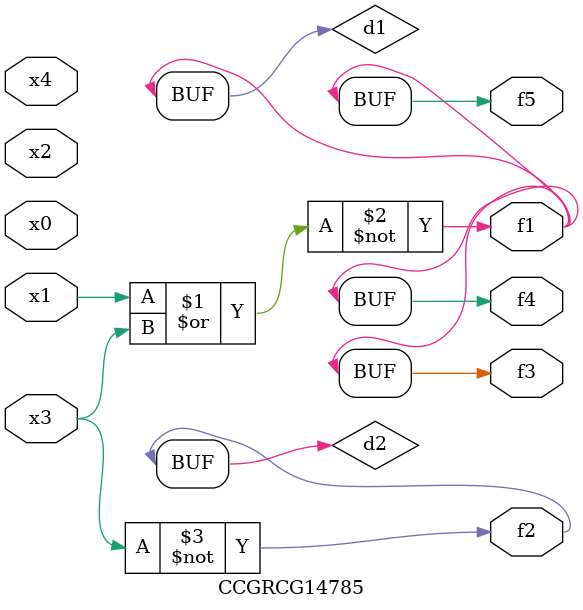
<source format=v>
module CCGRCG14785(
	input x0, x1, x2, x3, x4,
	output f1, f2, f3, f4, f5
);

	wire d1, d2;

	nor (d1, x1, x3);
	not (d2, x3);
	assign f1 = d1;
	assign f2 = d2;
	assign f3 = d1;
	assign f4 = d1;
	assign f5 = d1;
endmodule

</source>
